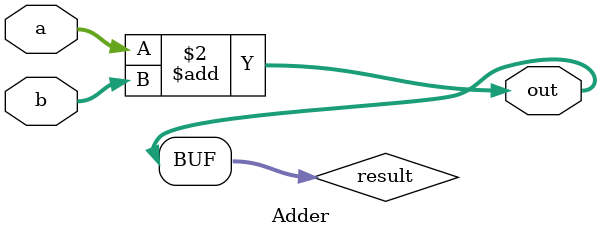
<source format=v>
module Adder (
	input  [31:0]  a,
	input  [31:0]  b, 

	output [31:0]  out
);
  
	reg [31:0] result;
	
	always@(*) begin
		result = a + b;     
	end
	
	assign out = result;
  
endmodule
</source>
